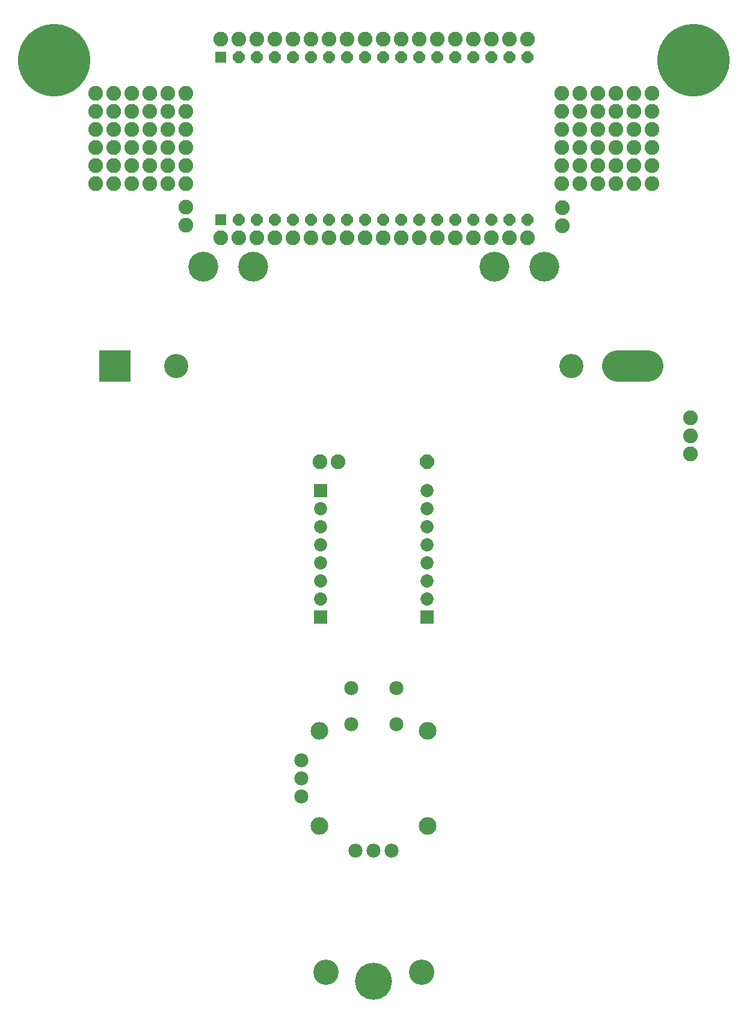
<source format=gbr>
G04 EAGLE Gerber RS-274X export*
G75*
%MOMM*%
%FSLAX34Y34*%
%LPD*%
%AMOC8*
5,1,8,0,0,1.08239X$1,22.5*%
G01*
%ADD10C,4.203200*%
%ADD11C,3.403200*%
%ADD12R,4.419200X4.419200*%
%ADD13C,4.419200*%
%ADD14R,1.852800X1.852800*%
%ADD15C,1.852800*%
%ADD16R,1.612800X1.612800*%
%ADD17P,1.745679X8X22.500000*%
%ADD18C,2.082800*%
%ADD19C,2.489200*%
%ADD20C,1.981200*%
%ADD21C,10.203200*%
%ADD22P,2.168244X8X22.500000*%
%ADD23C,3.569200*%
%ADD24C,5.219200*%


D10*
X740000Y1060000D03*
X670000Y1060000D03*
X330000Y1060000D03*
X260000Y1060000D03*
D11*
X221950Y920000D03*
X778050Y920000D03*
D12*
X135500Y920000D03*
D13*
X843420Y920000D02*
X885580Y920000D01*
D14*
X425000Y744900D03*
D15*
X425000Y719500D03*
X425000Y694100D03*
X425000Y668700D03*
X425000Y643300D03*
X425000Y617900D03*
X425000Y592500D03*
D14*
X425000Y567100D03*
X575000Y567100D03*
D15*
X575000Y592500D03*
X575000Y617900D03*
X575000Y643300D03*
X575000Y668700D03*
X575000Y694100D03*
X575000Y719500D03*
X575000Y744900D03*
D16*
X284800Y1125700D03*
D17*
X310200Y1125700D03*
X335600Y1125700D03*
X361000Y1125700D03*
X386400Y1125700D03*
X411800Y1125700D03*
X437200Y1125700D03*
X462600Y1125700D03*
X488000Y1125700D03*
X513400Y1125700D03*
X538800Y1125700D03*
X564200Y1125700D03*
X589600Y1125700D03*
X615000Y1125700D03*
X640400Y1125700D03*
X665800Y1125700D03*
X691200Y1125700D03*
X716600Y1125700D03*
X716600Y1354300D03*
X691200Y1354300D03*
X665800Y1354300D03*
X640400Y1354300D03*
X615000Y1354300D03*
X589600Y1354300D03*
X564200Y1354300D03*
X538800Y1354300D03*
X513400Y1354300D03*
X488000Y1354300D03*
X462600Y1354300D03*
X437200Y1354300D03*
X411800Y1354300D03*
X386400Y1354300D03*
X361000Y1354300D03*
X335600Y1354300D03*
X310200Y1354300D03*
D16*
X284800Y1354300D03*
D18*
X284800Y1380000D03*
X310200Y1380000D03*
X335600Y1380000D03*
X361000Y1380000D03*
X386400Y1380000D03*
X411800Y1380000D03*
X437200Y1380000D03*
X462600Y1380000D03*
X488000Y1380000D03*
X513400Y1380000D03*
X538800Y1380000D03*
X564200Y1380000D03*
X589600Y1380000D03*
X615000Y1380000D03*
X640400Y1380000D03*
X665800Y1380000D03*
X691200Y1380000D03*
X716600Y1380000D03*
X716600Y1100000D03*
X691200Y1100000D03*
X665800Y1100000D03*
X640400Y1100000D03*
X615000Y1100000D03*
X589600Y1100000D03*
X564200Y1100000D03*
X538800Y1100000D03*
X513400Y1100000D03*
X488000Y1100000D03*
X462600Y1100000D03*
X437200Y1100000D03*
X411800Y1100000D03*
X386400Y1100000D03*
X361000Y1100000D03*
X335600Y1100000D03*
X310200Y1100000D03*
X284800Y1100000D03*
X235200Y1143160D03*
X235200Y1117760D03*
X765200Y1117190D03*
X765200Y1142590D03*
X450000Y785000D03*
X424600Y785000D03*
D19*
X423800Y406675D03*
X576200Y406675D03*
X576200Y273325D03*
X423800Y273325D03*
D20*
X525400Y238400D03*
X500000Y238400D03*
X474600Y238400D03*
X398400Y340000D03*
X398400Y314600D03*
X398400Y365400D03*
X531750Y416200D03*
X468250Y416200D03*
X468250Y467000D03*
X531750Y467000D03*
D18*
X946000Y796000D03*
X946000Y821400D03*
X946000Y846800D03*
X764700Y1176500D03*
X790100Y1176500D03*
X815500Y1176500D03*
X840900Y1176500D03*
X866300Y1176500D03*
X891700Y1176500D03*
X764700Y1201900D03*
X790100Y1201900D03*
X815500Y1201900D03*
X840900Y1201900D03*
X866300Y1201900D03*
X891700Y1201900D03*
X764700Y1227300D03*
X790100Y1227300D03*
X815500Y1227300D03*
X840900Y1227300D03*
X866300Y1227300D03*
X891700Y1227300D03*
X764700Y1252700D03*
X790100Y1252700D03*
X815500Y1252700D03*
X840900Y1252700D03*
X866300Y1252700D03*
X891700Y1252700D03*
X764700Y1278100D03*
X790100Y1278100D03*
X815500Y1278100D03*
X840900Y1278100D03*
X866300Y1278100D03*
X891700Y1278100D03*
X764700Y1303500D03*
X790100Y1303500D03*
X815500Y1303500D03*
X840900Y1303500D03*
X866300Y1303500D03*
X891700Y1303500D03*
X108800Y1176500D03*
X134200Y1176500D03*
X159600Y1176500D03*
X185000Y1176500D03*
X210400Y1176500D03*
X235800Y1176500D03*
X108800Y1201900D03*
X134200Y1201900D03*
X159600Y1201900D03*
X185000Y1201900D03*
X210400Y1201900D03*
X235800Y1201900D03*
X108800Y1227300D03*
X134200Y1227300D03*
X159600Y1227300D03*
X185000Y1227300D03*
X210400Y1227300D03*
X235800Y1227300D03*
X108800Y1252700D03*
X134200Y1252700D03*
X159600Y1252700D03*
X185000Y1252700D03*
X210400Y1252700D03*
X235800Y1252700D03*
X108800Y1278100D03*
X134200Y1278100D03*
X159600Y1278100D03*
X185000Y1278100D03*
X210400Y1278100D03*
X235800Y1278100D03*
X108800Y1303500D03*
X134200Y1303500D03*
X159600Y1303500D03*
X185000Y1303500D03*
X210400Y1303500D03*
X235800Y1303500D03*
D21*
X50000Y1350000D03*
X950000Y1350000D03*
D22*
X575000Y785000D03*
D23*
X567310Y67310D03*
X432690Y67310D03*
D24*
X500000Y55000D03*
M02*

</source>
